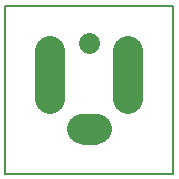
<source format=gko>
G04 Layer_Color=16711935*
%FSAX24Y24*%
%MOIN*%
G70*
G01*
G75*
%ADD19C,0.0079*%
%ADD24C,0.0700*%
%ADD25C,0.1000*%
%ADD26C,0.0010*%
D19*
X065700Y007700D02*
X071300D01*
Y013300D01*
X065700D02*
X071300D01*
X065700Y007700D02*
Y013300D01*
D24*
X068500Y012050D02*
G03*
X068500Y012050I000000J000000D01*
G01*
D25*
X068250Y009200D02*
X068750D01*
X069800Y010200D02*
Y011800D01*
X067200Y010200D02*
Y011800D01*
D26*
X068250Y008700D02*
X068750D01*
X068250Y009700D02*
X068750D01*
M02*

</source>
